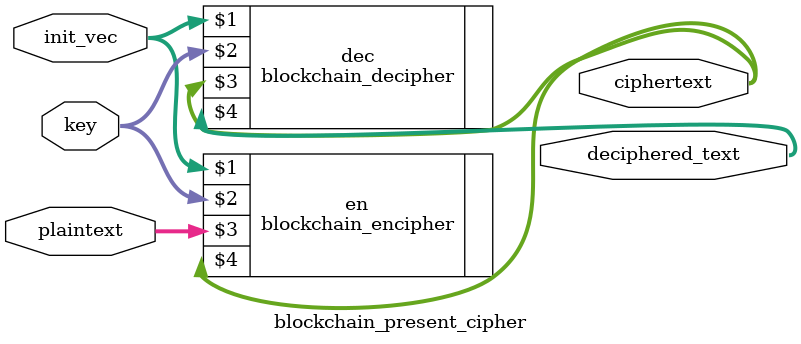
<source format=v>
module blockchain_present_cipher(plaintext, key, init_vec, ciphertext, deciphered_text);

input [127:0] plaintext;
input [19:0] key;
input [15:0] init_vec;

output [127:0] ciphertext, deciphered_text;

blockchain_encipher en(init_vec, key, plaintext, ciphertext);
blockchain_decipher dec(init_vec, key, ciphertext, deciphered_text);

endmodule
</source>
